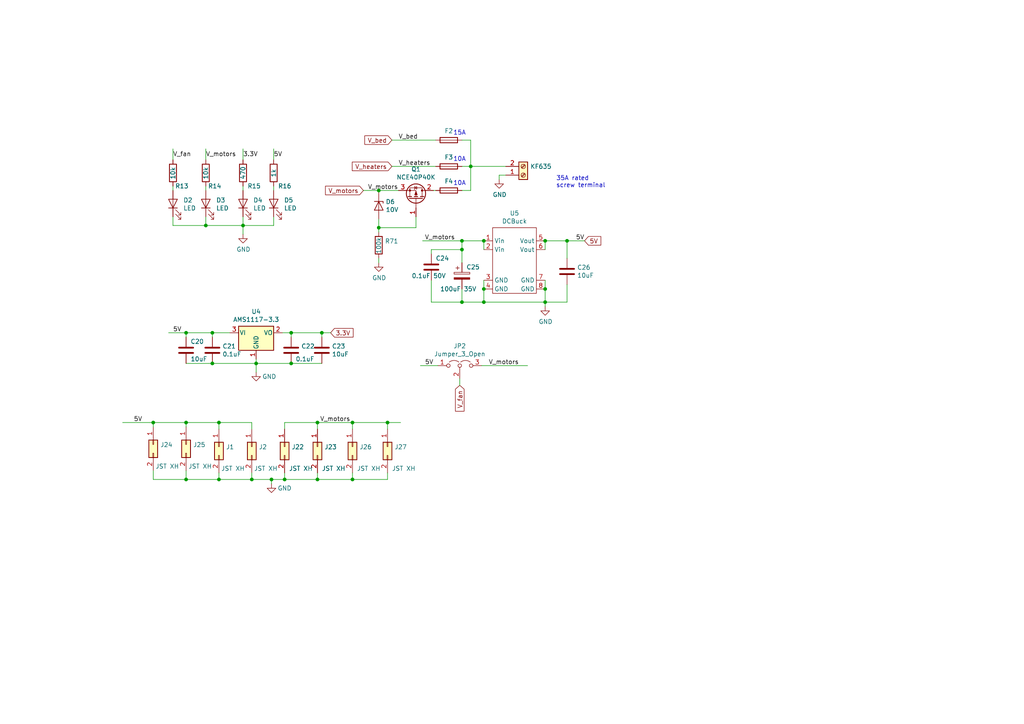
<source format=kicad_sch>
(kicad_sch (version 20200512) (host eeschema "5.99.0-unknown-4cfff6b~101~ubuntu20.04.1")
  (page 4 8)
  (paper "A4")
  (lib_symbols
    (symbol "BuckConverter:DCBuck"
      (property "Reference" "U" (at -2.54 -12.7 0))
      (property "Value" "DCBuck" (at 0 8.89 0))
      (symbol "DCBuck_0_1"
        (rectangle (start -6.35 7.62) (end 6.35 -11.43))
      )
      (symbol "DCBuck_1_1"
        (pin power_in line (at -8.89 3.81 0) (length 2.54) (name "Vin") (number "1"))
        (pin power_in line (at -8.89 1.27 0) (length 2.54) (name "Vin") (number "2"))
        (pin power_in line (at -8.89 -7.62 0) (length 2.54) (name "GND") (number "3"))
        (pin power_out line (at -8.89 -10.16 0) (length 2.54) (name "GND") (number "4"))
        (pin power_out line (at 8.89 3.81 180) (length 2.54) (name "Vout") (number "5"))
        (pin power_out line (at 8.89 1.27 180) (length 2.54) (name "Vout") (number "6"))
        (pin power_out line (at 8.89 -7.62 180) (length 2.54) (name "GND") (number "7"))
        (pin power_out line (at 8.89 -10.16 180) (length 2.54) (name "GND") (number "8"))
      )
    )
    (symbol "Connector:Screw_Terminal_01x02" (pin_names hide)
      (property "Reference" "J" (at 0 2.54 0))
      (property "Value" "Screw_Terminal_01x02" (at 0 -5.08 0))
      (symbol "Screw_Terminal_01x02_1_1"
        (circle (center 0 -2.54) (radius 0.635))
        (circle (center 0 0) (radius 0.635))
        (rectangle (start -1.27 1.27) (end 1.27 -3.81) (stroke (width 0.254)) (fill (type background)))
        (polyline (pts (xy -0.5334 -2.2098) (xy 0.3302 -3.048)))
        (polyline (pts (xy -0.5334 0.3302) (xy 0.3302 -0.508)))
        (polyline (pts (xy -0.3556 -2.032) (xy 0.508 -2.8702)))
        (polyline (pts (xy -0.3556 0.508) (xy 0.508 -0.3302)))
        (pin passive line (at -5.08 0 0) (length 3.81) (name "Pin_1") (number "1"))
        (pin passive line (at -5.08 -2.54 0) (length 3.81) (name "Pin_2") (number "2"))
      )
    )
    (symbol "Connector_Generic:Conn_02x01" (pin_names hide)
      (property "Reference" "J" (at 1.27 2.54 0))
      (property "Value" "Conn_02x01" (at 1.27 -2.54 0))
      (symbol "Conn_02x01_1_1"
        (rectangle (start -1.27 0.127) (end 0 -0.127))
        (rectangle (start -1.27 1.27) (end 3.81 -1.27) (stroke (width 0.254)) (fill (type background)))
        (rectangle (start 3.81 0.127) (end 2.54 -0.127))
        (pin passive line (at -5.08 0 0) (length 3.81) (name "Pin_1") (number "1"))
        (pin passive line (at 7.62 0 180) (length 3.81) (name "Pin_2") (number "2"))
      )
    )
    (symbol "Device:C" (pin_numbers hide) (pin_names (offset 0.254))
      (property "Reference" "C" (at 0.635 2.54 0))
      (property "Value" "C" (at 0.635 -2.54 0))
      (symbol "C_0_1"
        (polyline (pts (xy -2.032 -0.762) (xy 2.032 -0.762)) (stroke (width 0.508)))
        (polyline (pts (xy -2.032 0.762) (xy 2.032 0.762)) (stroke (width 0.508)))
      )
      (symbol "C_1_1"
        (pin passive line (at 0 3.81 270) (length 2.794) (name "~") (number "1"))
        (pin passive line (at 0 -3.81 90) (length 2.794) (name "~") (number "2"))
      )
    )
    (symbol "Device:CP" (pin_numbers hide) (pin_names (offset 0.254))
      (property "Reference" "C" (at 0.635 2.54 0))
      (property "Value" "CP" (at 0.635 -2.54 0))
      (symbol "CP_0_1"
        (rectangle (start -2.286 0.508) (end 2.286 1.016))
        (rectangle (start 2.286 -0.508) (end -2.286 -1.016) (fill (type outline)))
        (polyline (pts (xy -1.778 2.286) (xy -0.762 2.286)))
        (polyline (pts (xy -1.27 2.794) (xy -1.27 1.778)))
      )
      (symbol "CP_1_1"
        (pin passive line (at 0 3.81 270) (length 2.794) (name "~") (number "1"))
        (pin passive line (at 0 -3.81 90) (length 2.794) (name "~") (number "2"))
      )
    )
    (symbol "Device:D_Zener" (pin_numbers hide) (pin_names hide)
      (property "Reference" "D" (at 0 2.54 0))
      (property "Value" "D_Zener" (at 0 -2.54 0))
      (symbol "D_Zener_0_1"
        (polyline (pts (xy 1.27 0) (xy -1.27 0)))
        (polyline (pts (xy -1.27 -1.27) (xy -1.27 1.27) (xy -0.762 1.27)) (stroke (width 0.2032)))
        (polyline (pts (xy 1.27 -1.27) (xy 1.27 1.27) (xy -1.27 0) (xy 1.27 -1.27)) (stroke (width 0.2032)))
      )
      (symbol "D_Zener_1_1"
        (pin passive line (at -3.81 0 0) (length 2.54) (name "K") (number "1"))
        (pin passive line (at 3.81 0 180) (length 2.54) (name "A") (number "2"))
      )
    )
    (symbol "Device:Fuse" (pin_numbers hide) (pin_names (offset 0))
      (property "Reference" "F" (at 2.032 0 90))
      (property "Value" "Fuse" (at -1.905 0 90))
      (symbol "Fuse_0_1"
        (rectangle (start -0.762 -2.54) (end 0.762 2.54) (stroke (width 0.254)))
        (polyline (pts (xy 0 2.54) (xy 0 -2.54)))
      )
      (symbol "Fuse_1_1"
        (pin passive line (at 0 3.81 270) (length 1.27) (name "~") (number "1"))
        (pin passive line (at 0 -3.81 90) (length 1.27) (name "~") (number "2"))
      )
    )
    (symbol "Device:LED" (pin_numbers hide) (pin_names hide)
      (property "Reference" "D" (at 0 2.54 0))
      (property "Value" "LED" (at 0 -2.54 0))
      (symbol "LED_0_1"
        (polyline (pts (xy -1.27 -1.27) (xy -1.27 1.27)) (stroke (width 0.2032)))
        (polyline (pts (xy -1.27 0) (xy 1.27 0)))
        (polyline (pts (xy 1.27 -1.27) (xy 1.27 1.27) (xy -1.27 0) (xy 1.27 -1.27)) (stroke (width 0.2032)))
        (polyline (pts (xy -3.048 -0.762) (xy -4.572 -2.286) (xy -3.81 -2.286) (xy -4.572 -2.286) (xy -4.572 -1.524)))
        (polyline (pts (xy -1.778 -0.762) (xy -3.302 -2.286) (xy -2.54 -2.286) (xy -3.302 -2.286) (xy -3.302 -1.524)))
      )
      (symbol "LED_1_1"
        (pin passive line (at -3.81 0 0) (length 2.54) (name "K") (number "1"))
        (pin passive line (at 3.81 0 180) (length 2.54) (name "A") (number "2"))
      )
    )
    (symbol "Device:R" (pin_numbers hide) (pin_names (offset 0))
      (property "Reference" "R" (at 2.032 0 90))
      (property "Value" "R" (at 0 0 90))
      (symbol "R_0_1"
        (rectangle (start -1.016 -2.54) (end 1.016 2.54) (stroke (width 0.254)))
      )
      (symbol "R_1_1"
        (pin passive line (at 0 3.81 270) (length 1.27) (name "~") (number "1"))
        (pin passive line (at 0 -3.81 90) (length 1.27) (name "~") (number "2"))
      )
    )
    (symbol "Jumper:Jumper_3_Open" (pin_names (offset 0) hide)
      (property "Reference" "JP" (at -2.54 -2.54 0))
      (property "Value" "Jumper_3_Open" (at 0 2.794 0))
      (symbol "Jumper_3_Open_0_1"
        (arc (start -3.048 1.016) (end -0.254 1.016) (radius (at -1.651 -0.762) (length 2.2606) (angles 128.2 51.8)))
        (arc (start 0.254 1.016) (end 3.048 1.016) (radius (at 1.651 -0.762) (length 2.2606) (angles 128.2 51.8)))
        (polyline (pts (xy 0 -0.508) (xy 0 -1.27)))
      )
      (symbol "Jumper_3_Open_0_0"
        (circle (center -3.302 0) (radius 0.508))
        (circle (center 0 0) (radius 0.508))
        (circle (center 3.302 0) (radius 0.508))
      )
      (symbol "Jumper_3_Open_1_1"
        (pin passive line (at -6.35 0 0) (length 2.54) (name "A") (number "1"))
        (pin input line (at 0 -3.81 90) (length 2.54) (name "C") (number "2"))
        (pin passive line (at 6.35 0 180) (length 2.54) (name "B") (number "3"))
      )
    )
    (symbol "Regulator_Linear:AMS1117-3.3" (pin_names (offset 0.254))
      (property "Reference" "U" (at -3.81 3.175 0))
      (property "Value" "AMS1117-3.3" (at 0 3.175 0))
      (symbol "AMS1117-3.3_0_1"
        (rectangle (start -5.08 -5.08) (end 5.08 1.905) (stroke (width 0.254)) (fill (type background)))
      )
      (symbol "AMS1117-3.3_1_1"
        (pin power_in line (at 0 -7.62 90) (length 2.54) (name "GND") (number "1"))
        (pin power_out line (at 7.62 0 180) (length 2.54) (name "VO") (number "2"))
        (pin power_in line (at -7.62 0 0) (length 2.54) (name "VI") (number "3"))
      )
    )
    (symbol "Transistor_FET:IRF4905" (pin_names (offset 0.508) hide)
      (property "Reference" "Q" (at 5.08 1.905 0))
      (property "Value" "IRF4905" (at 5.08 0 0))
      (symbol "IRF4905_0_1"
        (circle (center 1.651 0) (radius 2.794) (stroke (width 0.254)))
        (circle (center 2.54 -1.778) (radius 0.254) (fill (type outline)))
        (circle (center 2.54 1.778) (radius 0.254) (fill (type outline)))
        (polyline (pts (xy 0.254 0) (xy -2.54 0)))
        (polyline (pts (xy 0.254 1.905) (xy 0.254 -1.905)) (stroke (width 0.254)))
        (polyline (pts (xy 0.762 -1.27) (xy 0.762 -2.286)) (stroke (width 0.254)))
        (polyline (pts (xy 0.762 0.508) (xy 0.762 -0.508)) (stroke (width 0.254)))
        (polyline (pts (xy 0.762 2.286) (xy 0.762 1.27)) (stroke (width 0.254)))
        (polyline (pts (xy 2.54 2.54) (xy 2.54 1.778)))
        (polyline (pts (xy 2.54 -2.54) (xy 2.54 0) (xy 0.762 0)))
        (polyline (pts (xy 0.762 1.778) (xy 3.302 1.778) (xy 3.302 -1.778) (xy 0.762 -1.778)))
        (polyline (pts (xy 2.286 0) (xy 1.27 0.381) (xy 1.27 -0.381) (xy 2.286 0)) (fill (type outline)))
        (polyline (pts (xy 2.794 -0.508) (xy 2.921 -0.381) (xy 3.683 -0.381) (xy 3.81 -0.254)))
        (polyline (pts (xy 3.302 -0.381) (xy 2.921 0.254) (xy 3.683 0.254) (xy 3.302 -0.381)))
      )
      (symbol "IRF4905_1_1"
        (pin input line (at -5.08 0 0) (length 2.54) (name "G") (number "1"))
        (pin passive line (at 2.54 5.08 270) (length 2.54) (name "D") (number "2"))
        (pin passive line (at 2.54 -5.08 90) (length 2.54) (name "S") (number "3"))
      )
    )
    (symbol "power:GND" (power) (pin_names (offset 0))
      (property "Value" "GND" (at 0 -3.81 0))
      (symbol "GND_0_1"
        (polyline (pts (xy 0 0) (xy 0 -1.27) (xy 1.27 -1.27) (xy 0 -2.54) (xy -1.27 -1.27) (xy 0 -1.27)))
      )
      (symbol "GND_1_1"
        (pin power_in line (at 0 0 270) (length 0) (name "GND") (number "1") hide)
      )
    )
  )
  (junction (at 44.45 122.555))
  (junction (at 53.975 96.52))
  (junction (at 53.975 122.555))
  (junction (at 53.975 139.065))
  (junction (at 59.69 65.405))
  (junction (at 61.595 96.52))
  (junction (at 61.595 105.41))
  (junction (at 63.5 122.555))
  (junction (at 63.5 139.065))
  (junction (at 70.485 65.405))
  (junction (at 73.025 139.065))
  (junction (at 74.295 105.41))
  (junction (at 78.74 139.065))
  (junction (at 82.55 139.065))
  (junction (at 84.455 96.52))
  (junction (at 84.455 105.41))
  (junction (at 92.075 122.555))
  (junction (at 92.075 139.065))
  (junction (at 93.345 96.52))
  (junction (at 102.235 122.555))
  (junction (at 102.235 139.065))
  (junction (at 109.855 55.245))
  (junction (at 109.855 66.04))
  (junction (at 112.395 122.555))
  (junction (at 133.985 69.85))
  (junction (at 133.985 72.39))
  (junction (at 133.985 87.63))
  (junction (at 136.525 48.26))
  (junction (at 140.335 69.85))
  (junction (at 140.335 83.82))
  (junction (at 140.335 87.63))
  (junction (at 158.115 69.85))
  (junction (at 158.115 83.82))
  (junction (at 158.115 87.63))
  (junction (at 164.465 69.85))
  (wire (pts (xy 35.56 122.555) (xy 44.45 122.555)))
  (wire (pts (xy 44.45 122.555) (xy 53.975 122.555)))
  (wire (pts (xy 44.45 123.825) (xy 44.45 122.555)))
  (wire (pts (xy 44.45 136.525) (xy 44.45 139.065)))
  (wire (pts (xy 44.45 139.065) (xy 53.975 139.065)))
  (wire (pts (xy 48.895 96.52) (xy 53.975 96.52)))
  (wire (pts (xy 50.165 46.355) (xy 50.165 43.18)))
  (wire (pts (xy 50.165 53.975) (xy 50.165 55.245)))
  (wire (pts (xy 50.165 62.865) (xy 50.165 65.405)))
  (wire (pts (xy 50.165 65.405) (xy 59.69 65.405)))
  (wire (pts (xy 53.975 97.79) (xy 53.975 96.52)))
  (wire (pts (xy 53.975 105.41) (xy 61.595 105.41)))
  (wire (pts (xy 53.975 122.555) (xy 63.5 122.555)))
  (wire (pts (xy 53.975 123.825) (xy 53.975 122.555)))
  (wire (pts (xy 53.975 136.525) (xy 53.975 139.065)))
  (wire (pts (xy 53.975 139.065) (xy 63.5 139.065)))
  (wire (pts (xy 59.69 46.355) (xy 59.69 43.18)))
  (wire (pts (xy 59.69 53.975) (xy 59.69 55.245)))
  (wire (pts (xy 59.69 65.405) (xy 59.69 62.865)))
  (wire (pts (xy 59.69 65.405) (xy 70.485 65.405)))
  (wire (pts (xy 61.595 96.52) (xy 53.975 96.52)))
  (wire (pts (xy 61.595 97.79) (xy 61.595 96.52)))
  (wire (pts (xy 61.595 105.41) (xy 74.295 105.41)))
  (wire (pts (xy 63.5 122.555) (xy 73.025 122.555)))
  (wire (pts (xy 63.5 124.46) (xy 63.5 122.555)))
  (wire (pts (xy 63.5 137.16) (xy 63.5 139.065)))
  (wire (pts (xy 63.5 139.065) (xy 73.025 139.065)))
  (wire (pts (xy 66.675 96.52) (xy 61.595 96.52)))
  (wire (pts (xy 70.485 46.355) (xy 70.485 43.18)))
  (wire (pts (xy 70.485 53.975) (xy 70.485 55.245)))
  (wire (pts (xy 70.485 62.865) (xy 70.485 65.405)))
  (wire (pts (xy 70.485 65.405) (xy 70.485 67.945)))
  (wire (pts (xy 73.025 124.46) (xy 73.025 122.555)))
  (wire (pts (xy 73.025 137.16) (xy 73.025 139.065)))
  (wire (pts (xy 73.025 139.065) (xy 78.74 139.065)))
  (wire (pts (xy 74.295 105.41) (xy 74.295 104.14)))
  (wire (pts (xy 74.295 105.41) (xy 84.455 105.41)))
  (wire (pts (xy 74.295 107.95) (xy 74.295 105.41)))
  (wire (pts (xy 78.74 139.065) (xy 78.74 140.335)))
  (wire (pts (xy 78.74 139.065) (xy 82.55 139.065)))
  (wire (pts (xy 79.375 46.355) (xy 79.375 43.18)))
  (wire (pts (xy 79.375 53.975) (xy 79.375 55.245)))
  (wire (pts (xy 79.375 65.405) (xy 70.485 65.405)))
  (wire (pts (xy 79.375 65.405) (xy 79.375 62.865)))
  (wire (pts (xy 81.915 96.52) (xy 84.455 96.52)))
  (wire (pts (xy 82.55 122.555) (xy 82.55 124.46)))
  (wire (pts (xy 82.55 122.555) (xy 92.075 122.555)))
  (wire (pts (xy 82.55 139.065) (xy 82.55 137.16)))
  (wire (pts (xy 82.55 139.065) (xy 92.075 139.065)))
  (wire (pts (xy 84.455 96.52) (xy 93.345 96.52)))
  (wire (pts (xy 84.455 97.79) (xy 84.455 96.52)))
  (wire (pts (xy 84.455 105.41) (xy 93.345 105.41)))
  (wire (pts (xy 92.075 122.555) (xy 102.235 122.555)))
  (wire (pts (xy 92.075 124.46) (xy 92.075 122.555)))
  (wire (pts (xy 92.075 139.065) (xy 92.075 137.16)))
  (wire (pts (xy 93.345 97.79) (xy 93.345 96.52)))
  (wire (pts (xy 95.885 96.52) (xy 93.345 96.52)))
  (wire (pts (xy 102.235 122.555) (xy 112.395 122.555)))
  (wire (pts (xy 102.235 124.46) (xy 102.235 122.555)))
  (wire (pts (xy 102.235 137.16) (xy 102.235 139.065)))
  (wire (pts (xy 102.235 139.065) (xy 92.075 139.065)))
  (wire (pts (xy 109.855 55.245) (xy 105.41 55.245)))
  (wire (pts (xy 109.855 55.88) (xy 109.855 55.245)))
  (wire (pts (xy 109.855 66.04) (xy 109.855 63.5)))
  (wire (pts (xy 109.855 67.31) (xy 109.855 66.04)))
  (wire (pts (xy 109.855 76.2) (xy 109.855 74.93)))
  (wire (pts (xy 112.395 122.555) (xy 116.205 122.555)))
  (wire (pts (xy 112.395 124.46) (xy 112.395 122.555)))
  (wire (pts (xy 112.395 137.16) (xy 112.395 139.065)))
  (wire (pts (xy 112.395 139.065) (xy 102.235 139.065)))
  (wire (pts (xy 115.57 55.245) (xy 109.855 55.245)))
  (wire (pts (xy 120.65 62.865) (xy 120.65 66.04)))
  (wire (pts (xy 120.65 66.04) (xy 109.855 66.04)))
  (wire (pts (xy 122.555 69.85) (xy 133.985 69.85)))
  (wire (pts (xy 125.095 72.39) (xy 133.985 72.39)))
  (wire (pts (xy 125.095 73.66) (xy 125.095 72.39)))
  (wire (pts (xy 125.095 81.28) (xy 125.095 87.63)))
  (wire (pts (xy 125.095 87.63) (xy 133.985 87.63)))
  (wire (pts (xy 126.365 40.64) (xy 113.665 40.64)))
  (wire (pts (xy 126.365 48.26) (xy 113.665 48.26)))
  (wire (pts (xy 126.365 55.245) (xy 125.73 55.245)))
  (wire (pts (xy 127 106.045) (xy 121.92 106.045)))
  (wire (pts (xy 133.35 111.76) (xy 133.35 109.855)))
  (wire (pts (xy 133.985 55.245) (xy 136.525 55.245)))
  (wire (pts (xy 133.985 72.39) (xy 133.985 69.85)))
  (wire (pts (xy 133.985 72.39) (xy 133.985 76.2)))
  (wire (pts (xy 133.985 83.82) (xy 133.985 87.63)))
  (wire (pts (xy 133.985 87.63) (xy 140.335 87.63)))
  (wire (pts (xy 136.525 40.64) (xy 133.985 40.64)))
  (wire (pts (xy 136.525 48.26) (xy 133.985 48.26)))
  (wire (pts (xy 136.525 48.26) (xy 136.525 40.64)))
  (wire (pts (xy 136.525 55.245) (xy 136.525 48.26)))
  (wire (pts (xy 139.7 106.045) (xy 153.035 106.045)))
  (wire (pts (xy 140.335 69.85) (xy 133.985 69.85)))
  (wire (pts (xy 140.335 72.39) (xy 140.335 69.85)))
  (wire (pts (xy 140.335 81.28) (xy 140.335 83.82)))
  (wire (pts (xy 140.335 83.82) (xy 140.335 87.63)))
  (wire (pts (xy 140.335 87.63) (xy 158.115 87.63)))
  (wire (pts (xy 144.78 50.8) (xy 144.78 52.07)))
  (wire (pts (xy 146.685 48.26) (xy 136.525 48.26)))
  (wire (pts (xy 146.685 50.8) (xy 144.78 50.8)))
  (wire (pts (xy 158.115 69.85) (xy 164.465 69.85)))
  (wire (pts (xy 158.115 72.39) (xy 158.115 69.85)))
  (wire (pts (xy 158.115 81.28) (xy 158.115 83.82)))
  (wire (pts (xy 158.115 83.82) (xy 158.115 87.63)))
  (wire (pts (xy 158.115 87.63) (xy 158.115 88.9)))
  (wire (pts (xy 164.465 69.85) (xy 169.545 69.85)))
  (wire (pts (xy 164.465 74.93) (xy 164.465 69.85)))
  (wire (pts (xy 164.465 82.55) (xy 164.465 87.63)))
  (wire (pts (xy 164.465 87.63) (xy 158.115 87.63)))
  (text "15A" (at 131.445 39.37 0) (effects (font (size 1.27 1.27)) (justify left bottom)))
  (text "10A" (at 131.445 46.99 0) (effects (font (size 1.27 1.27)) (justify left bottom)))
  (text "10A" (at 131.445 53.975 0) (effects (font (size 1.27 1.27)) (justify left bottom)))
  (text "35A rated \nscrew terminal" (at 161.29 54.61 0) (effects (font (size 1.27 1.27)) (justify left bottom)))
  (label "5V" (at 41.275 122.555 180))
  (label "V_fan" (at 50.165 45.72 0))
  (label "5V" (at 50.165 96.52 0))
  (label "V_motors" (at 59.69 45.72 0))
  (label "3.3V" (at 70.485 45.72 0))
  (label "5V" (at 79.375 45.72 0))
  (label "V_motors" (at 101.6 122.555 180))
  (label "V_motors" (at 106.68 55.245 0))
  (label "V_bed" (at 115.57 40.64 0))
  (label "V_heaters" (at 115.57 48.26 0))
  (label "V_motors" (at 123.19 69.85 0))
  (label "5V" (at 125.73 106.045 180))
  (label "V_motors" (at 150.495 106.045 180))
  (label "5V" (at 167.005 69.85 0))
  (global_label "3.3V" (shape input) (at 95.885 96.52 0))
  (global_label "V_motors" (shape input) (at 105.41 55.245 180))
  (global_label "V_bed" (shape input) (at 113.665 40.64 180))
  (global_label "V_heaters" (shape input) (at 113.665 48.26 180))
  (global_label "V_fan" (shape input) (at 133.35 111.76 270))
  (global_label "5V" (shape input) (at 169.545 69.85 0))
  (symbol (lib_id "power:GND") (at 70.485 67.945 0) (unit 1)
    (property "Reference" "#PWR017" (effects hide))
    (property "Value" "GND" (at 70.612 72.3392 0))
  )
  (symbol (lib_id "power:GND") (at 74.295 107.95 0) (unit 1)
    (property "Reference" "#PWR018" (effects hide))
    (property "Value" "GND" (at 78.105 109.22 0))
  )
  (symbol (lib_id "power:GND") (at 78.74 140.335 0) (unit 1)
    (property "Reference" "#PWR075" (effects hide))
    (property "Value" "GND" (at 82.55 141.605 0))
  )
  (symbol (lib_id "power:GND") (at 109.855 76.2 0) (unit 1)
    (property "Reference" "#PWR049" (effects hide))
    (property "Value" "GND" (at 109.982 80.5942 0))
  )
  (symbol (lib_id "power:GND") (at 144.78 52.07 0) (unit 1)
    (property "Reference" "#PWR019" (effects hide))
    (property "Value" "GND" (at 144.907 56.4642 0))
  )
  (symbol (lib_id "power:GND") (at 158.115 88.9 0) (unit 1)
    (property "Reference" "#PWR020" (effects hide))
    (property "Value" "GND" (at 158.242 93.2942 0))
  )
  (symbol (lib_id "Device:Fuse") (at 130.175 40.64 270) (unit 1)
    (property "Reference" "F2" (at 130.175 37.973 90))
    (property "Value" "Fuse" (effects hide))
    (property "Footprint" "PrntrBoardV2:2410_FuseFolder" (effects hide))
  )
  (symbol (lib_id "Device:Fuse") (at 130.175 48.26 270) (unit 1)
    (property "Reference" "F3" (at 130.175 45.593 90))
    (property "Value" "Fuse" (effects hide))
    (property "Footprint" "PrntrBoardV2:2410_FuseFolder" (effects hide))
  )
  (symbol (lib_id "Device:Fuse") (at 130.175 55.245 270) (unit 1)
    (property "Reference" "F4" (at 130.175 52.578 90))
    (property "Value" "Fuse" (effects hide))
    (property "Footprint" "PrntrBoardV2:2410_FuseFolder" (effects hide))
  )
  (symbol (lib_id "Device:R") (at 50.165 50.165 0) (unit 1)
    (property "Reference" "R13" (at 50.8 53.975 0) (effects (justify left)))
    (property "Value" "10k" (at 50.165 52.07 90) (effects (justify left)))
    (property "Footprint" "PrntrBoardV2:R_0603_1608Metric" (effects hide))
    (property "Part #" "0603WAF1002T5E" (effects hide))
    (property "LCSC Part #" "C25804" (effects hide))
  )
  (symbol (lib_id "Device:R") (at 59.69 50.165 0) (unit 1)
    (property "Reference" "R14" (at 60.325 53.975 0) (effects (justify left)))
    (property "Value" "10k" (at 59.69 52.07 90) (effects (justify left)))
    (property "Footprint" "PrntrBoardV2:R_0603_1608Metric" (effects hide))
    (property "Part #" "0603WAF1002T5E" (effects hide))
    (property "LCSC Part #" "C25804" (effects hide))
  )
  (symbol (lib_id "Device:R") (at 70.485 50.165 0) (unit 1)
    (property "Reference" "R15" (at 71.755 53.975 0) (effects (justify left)))
    (property "Value" "470" (at 70.485 52.07 90) (effects (justify left)))
    (property "Footprint" "PrntrBoardV2:R_0603_1608Metric" (effects hide))
    (property "Part #" "0603WAF4700T5E" (effects hide))
    (property "LCSC Part #" "C23179" (effects hide))
  )
  (symbol (lib_id "Device:R") (at 79.375 50.165 0) (unit 1)
    (property "Reference" "R16" (at 80.645 53.975 0) (effects (justify left)))
    (property "Value" "1k" (at 79.375 51.435 90) (effects (justify left)))
    (property "Footprint" "PrntrBoardV2:R_0603_1608Metric" (effects hide))
    (property "Part #" "0603WAF1001T5E" (effects hide))
    (property "LCSC Part #" "C21190" (effects hide))
  )
  (symbol (lib_id "Device:R") (at 109.855 71.12 0) (unit 1)
    (property "Reference" "R71" (at 111.633 69.9516 0) (effects (justify left)))
    (property "Value" "100k" (at 109.855 73.66 90) (effects (justify left)))
    (property "Footprint" "PrntrBoardV2:R_0603_1608Metric" (effects hide))
    (property "LCSC Part #" "C25803" (effects hide))
    (property "Part #" "0603WAF1003T5E" (effects hide))
  )
  (symbol (lib_id "Device:D_Zener") (at 109.855 59.69 270) (unit 1)
    (property "Reference" "D6" (at 111.8616 58.5216 90) (effects (justify left)))
    (property "Value" "10V" (at 111.8616 60.833 90) (effects (justify left)))
    (property "Footprint" "Diode_SMD:D_SOD-323" (effects hide))
    (property "Datasheet" "https://datasheet.lcsc.com/szlcsc/Leshan-Radio-LM3Z10VT1G_C131828.pdf" (effects hide))
    (property "LCSC Part #" "C131828" (effects hide))
    (property "Part #" "LM3Z10VT1G" (effects hide))
  )
  (symbol (lib_id "Device:LED") (at 50.165 59.055 90) (unit 1)
    (property "Reference" "D2" (at 53.1622 58.0644 90) (effects (justify right)))
    (property "Value" "LED" (at 53.1622 60.3758 90) (effects (justify right)))
    (property "Footprint" "PrntrBoardV2:LED_0603_1608Metric" (effects hide))
    (property "Part #" "KT-0603R" (effects hide))
    (property "LCSC Part #" "C2286" (effects hide))
  )
  (symbol (lib_id "Device:LED") (at 59.69 59.055 90) (unit 1)
    (property "Reference" "D3" (at 62.6872 58.0644 90) (effects (justify right)))
    (property "Value" "LED" (at 62.6872 60.3758 90) (effects (justify right)))
    (property "Footprint" "PrntrBoardV2:LED_0603_1608Metric" (effects hide))
    (property "Part #" "KT-0603R" (effects hide))
    (property "LCSC Part #" "C2286" (effects hide))
  )
  (symbol (lib_id "Device:LED") (at 70.485 59.055 90) (unit 1)
    (property "Reference" "D4" (at 73.4568 58.0644 90) (effects (justify right)))
    (property "Value" "LED" (at 73.4568 60.3758 90) (effects (justify right)))
    (property "Footprint" "PrntrBoardV2:LED_0603_1608Metric" (effects hide))
    (property "Part #" "KT-0603R" (effects hide))
    (property "LCSC Part #" "C2286" (effects hide))
  )
  (symbol (lib_id "Device:LED") (at 79.375 59.055 90) (unit 1)
    (property "Reference" "D5" (at 82.3722 58.0644 90) (effects (justify right)))
    (property "Value" "LED" (at 82.3722 60.3758 90) (effects (justify right)))
    (property "Footprint" "PrntrBoardV2:LED_0603_1608Metric" (effects hide))
    (property "Part #" "KT-0603R" (effects hide))
    (property "LCSC Part #" "C2286" (effects hide))
  )
  (symbol (lib_id "Connector:Screw_Terminal_01x02") (at 151.765 50.8 0) (mirror x) (unit 1)
    (property "Reference" "J_power_in1" (effects hide))
    (property "Value" "KF635" (at 153.797 48.2854 0) (effects (justify left)))
    (property "Footprint" "TerminalBlock_MetzConnect:TerminalBlock_MetzConnect_Type701_RT11L02HGLU_1x02_P6.35mm_Horizontal" (effects hide))
  )
  (symbol (lib_id "Device:C") (at 53.975 101.6 0) (unit 1)
    (property "Reference" "C20" (at 55.245 99.06 0) (effects (justify left)))
    (property "Value" "10uF" (at 55.245 104.14 0) (effects (justify left)))
    (property "Footprint" "PrntrBoardV2:C_0603_1608Metric" (effects hide))
    (property "Part #" "CL10A106KP8NNNC" (effects hide))
    (property "LCSC Part #" "C19702" (effects hide))
  )
  (symbol (lib_id "Device:C") (at 61.595 101.6 0) (unit 1)
    (property "Reference" "C21" (at 64.516 100.4316 0) (effects (justify left)))
    (property "Value" "0.1uF" (at 64.516 102.743 0) (effects (justify left)))
    (property "Footprint" "PrntrBoardV2:C_0603_1608Metric" (effects hide))
    (property "Part #" "CC0603KRX7R9BB104" (effects hide))
    (property "LCSC Part #" "C14663" (effects hide))
  )
  (symbol (lib_id "Device:C") (at 84.455 101.6 0) (unit 1)
    (property "Reference" "C22" (at 87.376 100.4316 0) (effects (justify left)))
    (property "Value" "0.1uF" (at 85.725 104.14 0) (effects (justify left)))
    (property "Footprint" "PrntrBoardV2:C_0603_1608Metric" (effects hide))
    (property "Part #" "CC0603KRX7R9BB104" (effects hide))
    (property "LCSC Part #" "C14663" (effects hide))
  )
  (symbol (lib_id "Device:C") (at 93.345 101.6 0) (unit 1)
    (property "Reference" "C23" (at 96.266 100.4316 0) (effects (justify left)))
    (property "Value" "10uF" (at 96.266 102.743 0) (effects (justify left)))
    (property "Footprint" "PrntrBoardV2:C_0603_1608Metric" (effects hide))
    (property "Part #" "CL10A106KP8NNNC" (effects hide))
    (property "LCSC Part #" "C19702" (effects hide))
  )
  (symbol (lib_id "Device:C") (at 125.095 77.47 0) (unit 1)
    (property "Reference" "C24" (at 126.365 74.93 0) (effects (justify left)))
    (property "Value" "0.1uF 50V" (at 119.38 80.01 0) (effects (justify left)))
    (property "Footprint" "PrntrBoardV2:C_0603_1608Metric" (effects hide))
    (property "Part #" "CL05B104KO5NNNCC0603KRX7R9BB104C" (effects hide))
    (property "LCSC Part #" "C14663" (effects hide))
  )
  (symbol (lib_id "Device:CP") (at 133.985 80.01 0) (unit 1)
    (property "Reference" "C25" (at 135.255 77.47 0) (effects (justify left)))
    (property "Value" "100uF 35V" (at 127.635 83.82 0) (effects (justify left)))
    (property "Footprint" "Capacitor_SMD:CP_Elec_6.3x7.7" (effects hide))
    (property "Part #" "VES101M1VTR-0607" (effects hide))
    (property "LCSC Part #" "C134792" (effects hide))
  )
  (symbol (lib_id "Device:C") (at 164.465 78.74 0) (unit 1)
    (property "Reference" "C26" (at 167.386 77.5716 0) (effects (justify left)))
    (property "Value" "10uF" (at 167.386 79.883 0) (effects (justify left)))
    (property "Footprint" "PrntrBoardV2:C_0603_1608Metric" (effects hide))
    (property "Part #" "CL10A106KP8NNNC" (effects hide))
    (property "LCSC Part #" "C19702" (effects hide))
  )
  (symbol (lib_id "Connector_Generic:Conn_02x01") (at 44.45 128.905 270)
    (property "Reference" "J24" (at 46.482 129.0066 90) (effects (justify left)))
    (property "Value" "JST XH" (at 45.085 135.255 90) (effects (justify left)))
    (property "Footprint" "Connector_JST:JST_XH_B2B-XH-A_1x02_P2.50mm_Vertical" (effects hide))
  )
  (symbol (lib_id "Connector_Generic:Conn_02x01") (at 53.975 128.905 270)
    (property "Reference" "J25" (at 56.007 129.0066 90) (effects (justify left)))
    (property "Value" "JST XH" (at 54.61 135.255 90) (effects (justify left)))
    (property "Footprint" "Connector_JST:JST_XH_B2B-XH-A_1x02_P2.50mm_Vertical" (effects hide))
  )
  (symbol (lib_id "Connector_Generic:Conn_02x01") (at 63.5 129.54 270)
    (property "Reference" "J1" (at 65.532 129.6416 90) (effects (justify left)))
    (property "Value" "JST XH" (at 64.135 135.89 90) (effects (justify left)))
    (property "Footprint" "Connector_JST:JST_XH_B2B-XH-A_1x02_P2.50mm_Vertical" (effects hide))
  )
  (symbol (lib_id "Connector_Generic:Conn_02x01") (at 73.025 129.54 270)
    (property "Reference" "J2" (at 75.057 129.6416 90) (effects (justify left)))
    (property "Value" "JST XH" (at 73.66 135.89 90) (effects (justify left)))
    (property "Footprint" "Connector_JST:JST_XH_B2B-XH-A_1x02_P2.50mm_Vertical" (effects hide))
  )
  (symbol (lib_id "Connector_Generic:Conn_02x01") (at 82.55 129.54 270)
    (property "Reference" "J22" (at 84.582 129.6416 90) (effects (justify left)))
    (property "Value" "JST XH" (at 83.82 135.89 90) (effects (justify left)))
    (property "Footprint" "Connector_JST:JST_XH_B2B-XH-A_1x02_P2.50mm_Vertical" (effects hide))
  )
  (symbol (lib_id "Connector_Generic:Conn_02x01") (at 92.075 129.54 270)
    (property "Reference" "J23" (at 94.107 129.6416 90) (effects (justify left)))
    (property "Value" "JST XH" (at 93.345 135.89 90) (effects (justify left)))
    (property "Footprint" "Connector_JST:JST_XH_B2B-XH-A_1x02_P2.50mm_Vertical" (effects hide))
  )
  (symbol (lib_id "Connector_Generic:Conn_02x01") (at 102.235 129.54 270)
    (property "Reference" "J26" (at 104.267 129.6416 90) (effects (justify left)))
    (property "Value" "JST XH" (at 103.505 135.89 90) (effects (justify left)))
    (property "Footprint" "Connector_JST:JST_XH_B2B-XH-A_1x02_P2.50mm_Vertical" (effects hide))
  )
  (symbol (lib_id "Connector_Generic:Conn_02x01") (at 112.395 129.54 270)
    (property "Reference" "J27" (at 114.427 129.6416 90) (effects (justify left)))
    (property "Value" "JST XH" (at 113.665 135.89 90) (effects (justify left)))
    (property "Footprint" "Connector_JST:JST_XH_B2B-XH-A_1x02_P2.50mm_Vertical" (effects hide))
  )
  (symbol (lib_id "Jumper:Jumper_3_Open") (at 133.35 106.045 0) (unit 1)
    (property "Reference" "JP2" (at 133.35 100.3554 0))
    (property "Value" "Jumper_3_Open" (at 133.35 102.6668 0))
    (property "Footprint" "Connector_PinHeader_2.54mm:PinHeader_1x03_P2.54mm_Vertical" (effects hide))
    (property "LCSC Part #" "C152153" (effects hide))
  )
  (symbol (lib_id "Transistor_FET:IRF4905") (at 120.65 57.785 270) (mirror x) (unit 1)
    (property "Reference" "Q1" (at 120.65 49.0982 90))
    (property "Value" "NCE40P40K" (at 120.65 51.4096 90))
    (property "Footprint" "Package_TO_SOT_SMD:TO-252-2" (effects hide))
    (property "Datasheet" "https://datasheet.lcsc.com/szlcsc/Wuxi-NCE-Power-Semiconductor-NCE40P40K_C130100.pdf" (effects hide))
    (property "LCSC Part #" "C130100" (effects hide))
    (property "Part #" "NCE40P40K" (effects hide))
  )
  (symbol (lib_id "Regulator_Linear:AMS1117-3.3") (at 74.295 96.52 0) (unit 1)
    (property "Reference" "U4" (at 74.295 90.3732 0))
    (property "Value" "AMS1117-3.3" (at 74.295 92.6846 0))
    (property "Footprint" "Package_TO_SOT_SMD:SOT-223-3_TabPin2" (effects hide))
    (property "Datasheet" "http://www.advanced-monolithic.com/pdf/ds1117.pdf" (effects hide))
    (property "Part #" "AMS1117-3.3" (effects hide))
    (property "LCSC Part #" "C6186" (effects hide))
  )
  (symbol (lib_id "BuckConverter:DCBuck") (at 149.225 73.66 0) (unit 1)
    (property "Reference" "U5" (at 149.225 61.849 0))
    (property "Value" "DCBuck" (at 149.225 64.1604 0))
    (property "Footprint" "PrntrBoardV2:Buck2217" (effects hide))
  )
)
</source>
